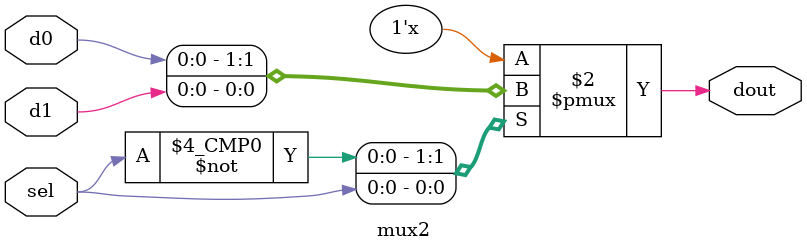
<source format=sv>
module mux2(
    input logic       sel, 
    input logic       d0,
    input logic       d1,
    output logic      dout
);

    always_comb
        case (sel)
            1'b0: dout = d0; 
            1'b1: dout = d1; 
            default: dout = d0;
        endcase

endmodule

</source>
